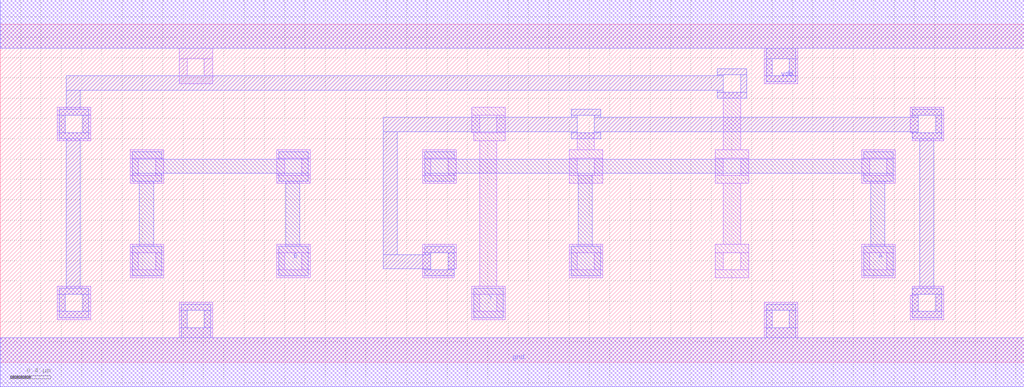
<source format=lef>
VERSION 5.7 ;
  NOWIREEXTENSIONATPIN ON ;
  DIVIDERCHAR "/" ;
  BUSBITCHARS "[]" ;
MACRO XNOR2X1
  CLASS CORE ;
  FOREIGN XNOR2X1 ;
  ORIGIN 0.000 0.000 ;
  SIZE 10.080 BY 3.330 ;
  SYMMETRY X Y R90 ;
  SITE unit ;
  PIN vdd
    DIRECTION INOUT ;
    USE POWER ;
    SHAPE ABUTMENT ;
    PORT
      LAYER met1 ;
        RECT 0.000 3.090 10.080 3.570 ;
        RECT 7.540 2.990 7.830 3.090 ;
        RECT 7.540 2.820 7.600 2.990 ;
        RECT 7.770 2.820 7.830 2.990 ;
        RECT 7.540 2.760 7.830 2.820 ;
    END
    PORT
      LAYER li1 ;
        RECT 0.000 3.090 10.080 3.570 ;
        RECT 1.760 2.990 2.090 3.090 ;
        RECT 1.760 2.820 1.840 2.990 ;
        RECT 2.010 2.820 2.090 2.990 ;
        RECT 1.760 2.740 2.090 2.820 ;
        RECT 7.520 2.990 7.850 3.090 ;
        RECT 7.520 2.820 7.600 2.990 ;
        RECT 7.770 2.820 7.850 2.990 ;
        RECT 7.520 2.740 7.850 2.820 ;
    END
  END vdd
  PIN gnd
    DIRECTION INOUT ;
    USE GROUND ;
    SHAPE ABUTMENT ;
    PORT
      LAYER met1 ;
        RECT 1.780 0.510 2.070 0.570 ;
        RECT 1.780 0.340 1.840 0.510 ;
        RECT 2.010 0.340 2.070 0.510 ;
        RECT 1.780 0.240 2.070 0.340 ;
        RECT 7.540 0.510 7.830 0.570 ;
        RECT 7.540 0.340 7.600 0.510 ;
        RECT 7.770 0.340 7.830 0.510 ;
        RECT 7.540 0.240 7.830 0.340 ;
        RECT 0.000 -0.240 10.080 0.240 ;
    END
    PORT
      LAYER li1 ;
        RECT 1.760 0.510 2.090 0.590 ;
        RECT 1.760 0.340 1.840 0.510 ;
        RECT 2.010 0.340 2.090 0.510 ;
        RECT 1.760 0.240 2.090 0.340 ;
        RECT 7.520 0.510 7.850 0.590 ;
        RECT 7.520 0.340 7.600 0.510 ;
        RECT 7.770 0.340 7.850 0.510 ;
        RECT 7.520 0.240 7.850 0.340 ;
        RECT 0.000 -0.240 10.080 0.240 ;
    END
  END gnd
  PIN Y
    DIRECTION INOUT ;
    USE SIGNAL ;
    SHAPE ABUTMENT ;
    PORT
      LAYER met1 ;
        RECT 4.660 0.440 4.950 0.730 ;
    END
  END Y
  PIN B
    DIRECTION INOUT ;
    USE SIGNAL ;
    SHAPE ABUTMENT ;
    PORT
      LAYER met1 ;
        RECT 1.300 2.000 1.590 2.070 ;
        RECT 2.740 2.000 3.030 2.070 ;
        RECT 1.300 1.860 3.030 2.000 ;
        RECT 1.300 1.780 1.590 1.860 ;
        RECT 2.740 1.780 3.030 1.860 ;
        RECT 1.370 1.140 1.510 1.780 ;
        RECT 2.810 1.140 2.950 1.780 ;
        RECT 1.300 0.850 1.590 1.140 ;
        RECT 2.740 0.850 3.030 1.140 ;
    END
  END B
  PIN A
    DIRECTION INOUT ;
    USE SIGNAL ;
    SHAPE ABUTMENT ;
    PORT
      LAYER met1 ;
        RECT 4.180 2.000 4.470 2.070 ;
        RECT 8.500 2.000 8.790 2.070 ;
        RECT 4.180 1.860 8.790 2.000 ;
        RECT 4.180 1.780 4.470 1.860 ;
        RECT 5.690 1.140 5.830 1.860 ;
        RECT 8.500 1.780 8.790 1.860 ;
        RECT 8.570 1.140 8.710 1.780 ;
        RECT 5.620 0.850 5.910 1.140 ;
        RECT 8.500 0.850 8.790 1.140 ;
    END
  END A
  OBS
      LAYER li1 ;
        RECT 0.560 2.430 0.890 2.510 ;
        RECT 0.560 2.260 0.640 2.430 ;
        RECT 0.810 2.260 0.890 2.430 ;
        RECT 4.640 2.430 4.970 2.510 ;
        RECT 4.640 2.260 4.720 2.430 ;
        RECT 4.890 2.260 4.970 2.430 ;
        RECT 0.560 2.180 0.890 2.260 ;
        RECT 4.660 2.180 4.970 2.260 ;
        RECT 1.280 2.010 1.610 2.090 ;
        RECT 1.280 1.840 1.360 2.010 ;
        RECT 1.530 1.840 1.610 2.010 ;
        RECT 1.280 1.760 1.610 1.840 ;
        RECT 2.720 2.010 3.050 2.090 ;
        RECT 2.720 1.840 2.800 2.010 ;
        RECT 2.970 1.840 3.050 2.010 ;
        RECT 2.720 1.760 3.050 1.840 ;
        RECT 4.160 2.010 4.490 2.090 ;
        RECT 4.160 1.840 4.240 2.010 ;
        RECT 4.410 1.840 4.490 2.010 ;
        RECT 4.160 1.760 4.490 1.840 ;
        RECT 1.280 1.080 1.610 1.160 ;
        RECT 1.280 0.910 1.360 1.080 ;
        RECT 1.530 0.910 1.610 1.080 ;
        RECT 1.280 0.830 1.610 0.910 ;
        RECT 2.720 1.080 3.050 1.160 ;
        RECT 2.720 0.910 2.800 1.080 ;
        RECT 2.970 0.910 3.050 1.080 ;
        RECT 2.720 0.830 3.050 0.910 ;
        RECT 4.160 1.080 4.490 1.160 ;
        RECT 4.160 0.910 4.240 1.080 ;
        RECT 4.410 0.920 4.490 1.080 ;
        RECT 4.410 0.910 4.470 0.920 ;
        RECT 4.160 0.830 4.470 0.910 ;
        RECT 4.720 0.750 4.890 2.180 ;
        RECT 5.680 2.090 5.850 2.260 ;
        RECT 7.120 2.090 7.290 2.660 ;
        RECT 8.960 2.430 9.290 2.510 ;
        RECT 8.960 2.260 9.040 2.430 ;
        RECT 9.210 2.260 9.290 2.430 ;
        RECT 8.980 2.180 9.290 2.260 ;
        RECT 5.600 2.010 5.930 2.090 ;
        RECT 5.600 1.840 5.680 2.010 ;
        RECT 5.850 1.840 5.930 2.010 ;
        RECT 5.600 1.760 5.930 1.840 ;
        RECT 7.040 2.010 7.370 2.090 ;
        RECT 7.040 1.840 7.120 2.010 ;
        RECT 7.290 1.840 7.370 2.010 ;
        RECT 7.040 1.760 7.370 1.840 ;
        RECT 8.480 2.010 8.810 2.090 ;
        RECT 8.480 1.840 8.560 2.010 ;
        RECT 8.730 1.840 8.810 2.010 ;
        RECT 8.480 1.760 8.810 1.840 ;
        RECT 7.120 1.160 7.290 1.760 ;
        RECT 5.600 1.080 5.930 1.160 ;
        RECT 5.600 0.910 5.680 1.080 ;
        RECT 5.850 0.910 5.930 1.080 ;
        RECT 5.600 0.830 5.930 0.910 ;
        RECT 7.040 1.080 7.370 1.160 ;
        RECT 7.040 0.910 7.120 1.080 ;
        RECT 7.290 0.910 7.370 1.080 ;
        RECT 7.040 0.830 7.370 0.910 ;
        RECT 8.480 1.080 8.810 1.160 ;
        RECT 8.480 0.910 8.560 1.080 ;
        RECT 8.730 0.910 8.810 1.080 ;
        RECT 8.480 0.830 8.810 0.910 ;
        RECT 0.560 0.670 0.890 0.750 ;
        RECT 0.560 0.500 0.640 0.670 ;
        RECT 0.810 0.500 0.890 0.670 ;
        RECT 0.560 0.420 0.890 0.500 ;
        RECT 4.640 0.670 4.970 0.750 ;
        RECT 4.640 0.500 4.720 0.670 ;
        RECT 4.890 0.500 4.970 0.670 ;
        RECT 8.980 0.670 9.290 0.750 ;
        RECT 8.980 0.660 9.040 0.670 ;
        RECT 4.640 0.420 4.970 0.500 ;
        RECT 8.960 0.500 9.040 0.660 ;
        RECT 9.210 0.500 9.290 0.670 ;
        RECT 8.960 0.420 9.290 0.500 ;
      LAYER met1 ;
        RECT 7.060 2.830 7.350 2.890 ;
        RECT 7.060 2.820 7.120 2.830 ;
        RECT 0.650 2.680 7.120 2.820 ;
        RECT 0.650 2.490 0.790 2.680 ;
        RECT 7.060 2.660 7.120 2.680 ;
        RECT 7.290 2.660 7.350 2.830 ;
        RECT 7.060 2.600 7.350 2.660 ;
        RECT 0.580 2.430 0.870 2.490 ;
        RECT 0.580 2.260 0.640 2.430 ;
        RECT 0.810 2.260 0.870 2.430 ;
        RECT 5.620 2.430 5.910 2.490 ;
        RECT 5.620 2.410 5.680 2.430 ;
        RECT 0.580 2.200 0.870 2.260 ;
        RECT 3.770 2.270 5.680 2.410 ;
        RECT 0.650 0.730 0.790 2.200 ;
        RECT 3.770 1.060 3.910 2.270 ;
        RECT 5.620 2.260 5.680 2.270 ;
        RECT 5.850 2.410 5.910 2.430 ;
        RECT 8.980 2.430 9.270 2.490 ;
        RECT 8.980 2.410 9.040 2.430 ;
        RECT 5.850 2.270 9.040 2.410 ;
        RECT 5.850 2.260 5.910 2.270 ;
        RECT 5.620 2.200 5.910 2.260 ;
        RECT 8.980 2.260 9.040 2.270 ;
        RECT 9.210 2.260 9.270 2.430 ;
        RECT 8.980 2.200 9.270 2.260 ;
        RECT 4.180 1.080 4.470 1.140 ;
        RECT 4.180 1.060 4.240 1.080 ;
        RECT 3.770 0.920 4.240 1.060 ;
        RECT 4.180 0.910 4.240 0.920 ;
        RECT 4.410 0.910 4.470 1.080 ;
        RECT 4.180 0.850 4.470 0.910 ;
        RECT 9.050 0.730 9.190 2.200 ;
        RECT 0.580 0.670 0.870 0.730 ;
        RECT 0.580 0.500 0.640 0.670 ;
        RECT 0.810 0.500 0.870 0.670 ;
        RECT 0.580 0.440 0.870 0.500 ;
        RECT 8.980 0.670 9.270 0.730 ;
        RECT 8.980 0.500 9.040 0.670 ;
        RECT 9.210 0.500 9.270 0.670 ;
        RECT 8.980 0.440 9.270 0.500 ;
  END
END XNOR2X1
END LIBRARY


</source>
